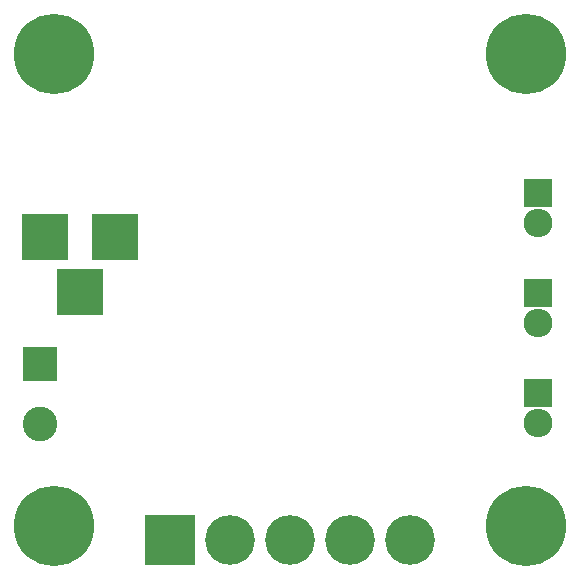
<source format=gbs>
G04 #@! TF.FileFunction,Soldermask,Bot*
%FSLAX46Y46*%
G04 Gerber Fmt 4.6, Leading zero omitted, Abs format (unit mm)*
G04 Created by KiCad (PCBNEW 4.0.2+dfsg1-stable) date gio 28 lug 2016 18:48:22 CEST*
%MOMM*%
G01*
G04 APERTURE LIST*
%ADD10C,0.100000*%
%ADD11R,3.900120X3.900120*%
%ADD12C,4.210000*%
%ADD13R,4.210000X4.210000*%
%ADD14R,2.940000X2.940000*%
%ADD15C,2.940000*%
%ADD16R,2.432000X2.432000*%
%ADD17O,2.432000X2.432000*%
%ADD18C,6.800000*%
G04 APERTURE END LIST*
D10*
D11*
X114200140Y-100500000D03*
X108200660Y-100500000D03*
X111200400Y-105199000D03*
D12*
X123920000Y-126200000D03*
X129000000Y-126200000D03*
D13*
X118840000Y-126200000D03*
D12*
X134080000Y-126200000D03*
X139160000Y-126200000D03*
D14*
X107800000Y-111260000D03*
D15*
X107800000Y-116340000D03*
D16*
X150000000Y-105250000D03*
D17*
X150000000Y-107790000D03*
D16*
X150000000Y-113750000D03*
D17*
X150000000Y-116290000D03*
D16*
X150000000Y-96800000D03*
D17*
X150000000Y-99340000D03*
D18*
X109000000Y-85000000D03*
X109000000Y-125000000D03*
X149000000Y-125000000D03*
X149000000Y-85000000D03*
M02*

</source>
